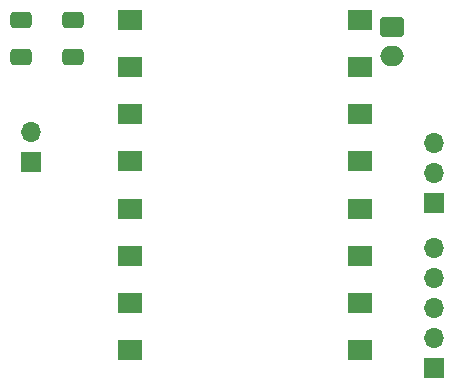
<source format=gbr>
%TF.GenerationSoftware,KiCad,Pcbnew,(7.0.0)*%
%TF.CreationDate,2023-04-25T15:22:23+02:00*%
%TF.ProjectId,funk-transmitter-final,66756e6b-2d74-4726-916e-736d69747465,rev?*%
%TF.SameCoordinates,Original*%
%TF.FileFunction,Soldermask,Bot*%
%TF.FilePolarity,Negative*%
%FSLAX46Y46*%
G04 Gerber Fmt 4.6, Leading zero omitted, Abs format (unit mm)*
G04 Created by KiCad (PCBNEW (7.0.0)) date 2023-04-25 15:22:23*
%MOMM*%
%LPD*%
G01*
G04 APERTURE LIST*
G04 Aperture macros list*
%AMRoundRect*
0 Rectangle with rounded corners*
0 $1 Rounding radius*
0 $2 $3 $4 $5 $6 $7 $8 $9 X,Y pos of 4 corners*
0 Add a 4 corners polygon primitive as box body*
4,1,4,$2,$3,$4,$5,$6,$7,$8,$9,$2,$3,0*
0 Add four circle primitives for the rounded corners*
1,1,$1+$1,$2,$3*
1,1,$1+$1,$4,$5*
1,1,$1+$1,$6,$7*
1,1,$1+$1,$8,$9*
0 Add four rect primitives between the rounded corners*
20,1,$1+$1,$2,$3,$4,$5,0*
20,1,$1+$1,$4,$5,$6,$7,0*
20,1,$1+$1,$6,$7,$8,$9,0*
20,1,$1+$1,$8,$9,$2,$3,0*%
G04 Aperture macros list end*
%ADD10RoundRect,0.250000X-0.750000X0.600000X-0.750000X-0.600000X0.750000X-0.600000X0.750000X0.600000X0*%
%ADD11O,2.000000X1.700000*%
%ADD12RoundRect,0.250000X-0.650000X0.412500X-0.650000X-0.412500X0.650000X-0.412500X0.650000X0.412500X0*%
%ADD13R,1.700000X1.700000*%
%ADD14O,1.700000X1.700000*%
%ADD15R,2.143000X1.762000*%
G04 APERTURE END LIST*
D10*
%TO.C,J2*%
X161475000Y-87000000D03*
D11*
X161474999Y-89499999D03*
%TD*%
D12*
%TO.C,C4*%
X130075000Y-86437500D03*
X130075000Y-89562500D03*
%TD*%
D13*
%TO.C,J1*%
X130899999Y-98474999D03*
D14*
X130899999Y-95934999D03*
%TD*%
D12*
%TO.C,C3*%
X134475000Y-86437500D03*
X134475000Y-89562500D03*
%TD*%
D13*
%TO.C,J4*%
X164999999Y-115879999D03*
D14*
X164999999Y-113339999D03*
X164999999Y-110799999D03*
X164999999Y-108259999D03*
X164999999Y-105719999D03*
%TD*%
D15*
%TO.C,U1*%
X139299999Y-86399999D03*
X139299999Y-90380999D03*
X139299999Y-94399999D03*
X139299999Y-98399999D03*
X139299999Y-102399999D03*
X139299999Y-106399999D03*
X139299999Y-110399999D03*
X139299999Y-114399999D03*
X158699999Y-86399999D03*
X158699999Y-90380999D03*
X158699999Y-94399999D03*
X158699999Y-98399999D03*
X158699999Y-102399999D03*
X158699999Y-106399999D03*
X158699999Y-110399999D03*
X158699999Y-114399999D03*
%TD*%
D13*
%TO.C,J5*%
X164999999Y-101899999D03*
D14*
X164999999Y-99359999D03*
X164999999Y-96819999D03*
%TD*%
M02*

</source>
